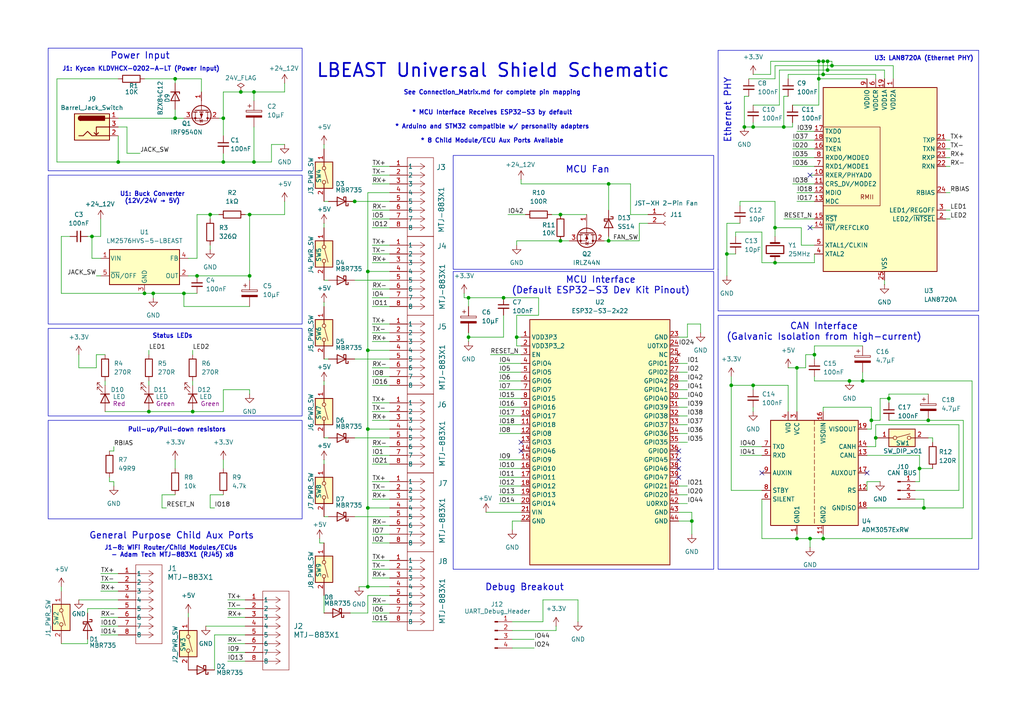
<source format=kicad_sch>
(kicad_sch (version 20250114) (generator "eeschema") (generator_version "9.0")
  (paper "A4")
  (title_block (title "LBEAST Universal Shield") (date "2025-11-16") (rev "0.1") (company "LBEAST") (comment 1 "Universal Shield with 8 Aux Ports") (comment 2 "Supports ESP32-S3 Dev Kit as default interface") (comment 3 "Supports ESP variants, STM32, and Arduino with personality adapters"))
  (rectangle (start 131.445 78.74) (end 207.01 165.1))
  (rectangle (start 13.97 50.8) (end 87.63 93.98))
  (rectangle (start 13.97 121.92) (end 87.63 150.495))
  (rectangle (start 131.445 45.085) (end 207.01 78.105))
  (rectangle (start 208.28 91.44) (end 283.845 165.1))
  (rectangle (start 13.97 95.25) (end 87.63 120.65))
  (rectangle (start 13.97 13.97) (end 87.63 49.53))
  (text "U1: Buck Converter\n(12V/24V → 5V)" (at 44.196 57.404 0) (effects (font (size 1.27 1.27) (thickness 0.254))))
  (text "J1-8: WiFi Router/Child Modules/ECUs \n- Adam Tech MTJ-883X1 (RJ45) x8" (at 50.038 160.02 0) (effects (font (size 1.27 1.27) (thickness 0.254))))
  (text "General Purpose Child Aux Ports" (at 49.784 155.448 0) (effects (font (size 1.905 1.905) (thickness 0.254))))
  (text "Debug Breakout" (at 152.146 170.434 0) (effects (font (size 1.905 1.905) (thickness 0.254))))
  (text "CAN Interface\n(Galvanic Isolation from high-current)" (at 239.014 96.266 0) (effects (font (size 1.905 1.905) (thickness 0.254))))
  (text "Ethernet PHY" (at 211.074 32.004 90) (effects (font (size 1.905 1.905) (thickness 0.254))))
  (text "Pull-up/Pull-down resistors" (at 51.308 124.714 0) (effects (font (size 1.27 1.27) (thickness 0.254))))
  (text "J1: Kycon KLDVHCX-0202-A-LT (Power Input)" (at 40.894 20.066 0) (effects (font (size 1.27 1.27) (thickness 0.254))))
  (text "MCU Fan" (at 170.434 49.276 0) (effects (font (size 1.905 1.905) (thickness 0.254))))
  (text "U3: LAN8720A (Ethernet PHY)" (at 267.97 17.018 0) (effects (font (size 1.27 1.27) (thickness 0.254))))
  (text "* MCU Interface Receives ESP32-S3 by default\n\n* Arduino and STM32 compatible w/ personality adapters\n\n* 8 Child Module/ECU Aux Ports Available" (at 142.748 36.83 0) (effects (font (size 1.27 1.27) (thickness 0.254))))
  (text "Power Input" (at 40.64 16.256 0) (effects (font (size 1.905 1.905) (thickness 0.254))))
  (text "See Connection_Matrix.md for complete pin mapping" (at 142.748 26.924 0) (effects (font (size 1.27 1.27) (thickness 0.254))))
  (text "LBEAST Universal Shield Schematic" (at 143.002 20.574 0) (effects (font (size 3.81 3.81) (thickness 0.508))))
  (text "Status LEDs" (at 50.038 97.536 0) (effects (font (size 1.27 1.27) (thickness 0.254))))
  (text "MCU Interface\n(Default ESP32-S3 Dev Kit Pinout)" (at 174.244 82.804 0) (effects (font (size 1.905 1.905) (thickness 0.254))))
  (junction (at 135.89 86.36))
  (junction (at 257.81 115.57))
  (junction (at 240.03 20.32))
  (junction (at 162.56 62.23))
  (junction (at 218.44 36.83))
  (junction (at 241.3 19.05))
  (junction (at 237.49 22.86))
  (junction (at 231.14 106.68))
  (junction (at 102.87 58.42))
  (junction (at 60.96 62.23))
  (junction (at 234.95 156.21))
  (junction (at 106.68 147.32))
  (junction (at 238.76 156.21))
  (junction (at 212.09 111.76))
  (junction (at 240.03 17.78))
  (junction (at 238.76 17.78))
  (junction (at 34.29 46.99))
  (junction (at 73.66 46.99))
  (junction (at 246.38 110.49))
  (junction (at 26.67 68.58))
  (junction (at 57.15 80.01))
  (junction (at 237.49 17.78))
  (junction (at 200.66 151.13))
  (junction (at 41.91 85.09))
  (junction (at 215.9 36.83))
  (junction (at 64.77 46.99))
  (junction (at 44.45 85.09))
  (junction (at 266.7 135.89))
  (junction (at 252.73 121.92))
  (junction (at 224.79 66.04))
  (junction (at 210.82 73.66))
  (junction (at 250.19 110.49))
  (junction (at 149.86 97.79))
  (junction (at 50.8 22.86))
  (junction (at 106.68 101.6))
  (junction (at 146.05 86.36))
  (junction (at 72.39 80.01))
  (junction (at 69.85 26.67))
  (junction (at 72.39 62.23))
  (junction (at 269.24 121.92))
  (junction (at 106.68 124.46))
  (junction (at 55.88 119.38))
  (junction (at 106.68 78.74))
  (junction (at 73.66 26.67))
  (junction (at 267.97 147.32))
  (junction (at 176.53 53.34))
  (junction (at 231.14 156.21))
  (junction (at 43.18 119.38))
  (junction (at 238.76 21.59))
  (junction (at 53.34 85.09))
  (junction (at 176.53 69.85))
  (junction (at 135.89 97.79))
  (junction (at 106.68 170.18))
  (junction (at 64.77 34.29))
  (junction (at 162.56 69.85))
  (junction (at 50.8 34.29))
  (junction (at 218.44 111.76))
  (junction (at 227.33 36.83))
  (junction (at 224.79 76.2))
  (junction (at 236.22 102.87))
  (junction (at 254 127))
  (no_connect (at 220.98 137.16))
  (no_connect (at 196.85 130.81))
  (no_connect (at 151.13 130.81))
  (no_connect (at 251.46 137.16))
  (no_connect (at 234.95 50.8))
  (no_connect (at 196.85 133.35))
  (no_connect (at 196.85 135.89))
  (no_connect (at 234.95 66.04))
  (no_connect (at 151.13 128.27))
  (no_connect (at 196.85 138.43))
  (wire (pts (xy 144.78 107.95) (xy 151.13 107.95)))
  (wire (pts (xy 57.15 80.01) (xy 72.39 80.01)))
  (wire (pts (xy 151.13 53.34) (xy 176.53 53.34)))
  (wire (pts (xy 33.02 139.7) (xy 33.02 140.97)))
  (wire (pts (xy 106.68 170.18) (xy 113.03 170.18)))
  (wire (pts (xy 29.21 179.07) (xy 34.29 179.07)))
  (wire (pts (xy 135.89 99.06) (xy 135.89 97.79)))
  (wire (pts (xy 274.32 63.5) (xy 275.59 63.5)))
  (wire (pts (xy 144.78 143.51) (xy 151.13 143.51)))
  (wire (pts (xy 148.59 151.13) (xy 148.59 153.67)))
  (wire (pts (xy 213.36 67.31) (xy 213.36 68.58)))
  (wire (pts (xy 102.87 58.42) (xy 113.03 58.42)))
  (wire (pts (xy 266.7 135.89) (xy 266.7 139.7)))
  (wire (pts (xy 41.91 22.86) (xy 50.8 22.86)))
  (wire (pts (xy 107.95 106.68) (xy 113.03 106.68)))
  (wire (pts (xy 148.59 187.96) (xy 154.94 187.96)))
  (wire (pts (xy 82.55 62.23) (xy 72.39 62.23)))
  (wire (pts (xy 60.96 143.51) (xy 60.96 147.32)))
  (wire (pts (xy 144.78 120.65) (xy 151.13 120.65)))
  (wire (pts (xy 182.88 62.23) (xy 182.88 53.34)))
  (wire (pts (xy 224.79 66.04) (xy 232.41 66.04)))
  (wire (pts (xy 240.03 20.32) (xy 240.03 17.78)))
  (wire (pts (xy 234.95 156.21) (xy 238.76 156.21)))
  (wire (pts (xy 252.73 121.92) (xy 252.73 124.46)))
  (wire (pts (xy 160.02 62.23) (xy 162.56 62.23)))
  (wire (pts (xy 257.81 114.3) (xy 257.81 115.57)))
  (wire (pts (xy 223.52 17.78) (xy 223.52 21.59)))
  (wire (pts (xy 46.99 147.32) (xy 48.26 147.32)))
  (wire (pts (xy 55.88 119.38) (xy 64.77 119.38)))
  (wire (pts (xy 176.53 53.34) (xy 176.53 60.96)))
  (wire (pts (xy 106.68 177.8) (xy 101.6 177.8)))
  (wire (pts (xy 54.61 177.8) (xy 54.61 179.07)))
  (wire (pts (xy 228.6 21.59) (xy 228.6 22.86)))
  (wire (pts (xy 107.95 88.9) (xy 113.03 88.9)))
  (wire (pts (xy 149.86 71.12) (xy 149.86 69.85)))
  (wire (pts (xy 229.87 36.83) (xy 227.33 36.83)))
  (wire (pts (xy 59.69 181.61) (xy 71.12 181.61)))
  (wire (pts (xy 210.82 73.66) (xy 210.82 80.01)))
  (wire (pts (xy 54.61 74.93) (xy 57.15 74.93)))
  (wire (pts (xy 53.34 85.09) (xy 57.15 85.09)))
  (wire (pts (xy 149.86 97.79) (xy 149.86 100.33)))
  (wire (pts (xy 66.04 191.77) (xy 71.12 191.77)))
  (wire (pts (xy 252.73 118.11) (xy 252.73 121.92)))
  (wire (pts (xy 210.82 64.77) (xy 210.82 73.66)))
  (wire (pts (xy 148.59 185.42) (xy 154.94 185.42)))
  (wire (pts (xy 226.06 20.32) (xy 226.06 30.48)))
  (wire (pts (xy 82.55 26.67) (xy 73.66 26.67)))
  (wire (pts (xy 64.77 26.67) (xy 69.85 26.67)))
  (wire (pts (xy 17.78 170.18) (xy 17.78 171.45)))
  (wire (pts (xy 149.86 91.44) (xy 156.21 91.44)))
  (wire (pts (xy 93.98 133.35) (xy 93.98 134.62)))
  (wire (pts (xy 82.55 24.13) (xy 82.55 26.67)))
  (wire (pts (xy 241.3 17.78) (xy 240.03 17.78)))
  (wire (pts (xy 151.13 100.33) (xy 149.86 100.33)))
  (wire (pts (xy 17.78 68.58) (xy 17.78 85.09)))
  (wire (pts (xy 26.67 74.93) (xy 29.21 74.93)))
  (wire (pts (xy 107.95 165.1) (xy 113.03 165.1)))
  (wire (pts (xy 43.18 119.38) (xy 55.88 119.38)))
  (wire (pts (xy 93.98 127) (xy 95.25 127)))
  (wire (pts (xy 226.06 30.48) (xy 218.44 30.48)))
  (wire (pts (xy 34.29 36.83) (xy 36.83 36.83)))
  (wire (pts (xy 144.78 105.41) (xy 151.13 105.41)))
  (wire (pts (xy 234.95 156.21) (xy 234.95 158.75)))
  (wire (pts (xy 17.78 85.09) (xy 41.91 85.09)))
  (wire (pts (xy 107.95 73.66) (xy 113.03 73.66)))
  (wire (pts (xy 31.75 130.81) (xy 33.02 130.81)))
  (wire (pts (xy 187.96 64.77) (xy 185.42 64.77)))
  (wire (pts (xy 57.15 74.93) (xy 57.15 62.23)))
  (wire (pts (xy 107.95 96.52) (xy 113.03 96.52)))
  (wire (pts (xy 238.76 21.59) (xy 238.76 17.78)))
  (wire (pts (xy 20.32 68.58) (xy 17.78 68.58)))
  (wire (pts (xy 34.29 46.99) (xy 64.77 46.99)))
  (wire (pts (xy 218.44 111.76) (xy 218.44 113.03)))
  (wire (pts (xy 34.29 34.29) (xy 50.8 34.29)))
  (wire (pts (xy 214.63 132.08) (xy 220.98 132.08)))
  (wire (pts (xy 144.78 115.57) (xy 151.13 115.57)))
  (wire (pts (xy 93.98 81.28) (xy 95.25 81.28)))
  (wire (pts (xy 104.14 170.18) (xy 106.68 170.18)))
  (wire (pts (xy 234.95 50.8) (xy 236.22 50.8)))
  (wire (pts (xy 220.98 144.78) (xy 220.98 156.21)))
  (wire (pts (xy 93.98 64.77) (xy 93.98 66.04)))
  (wire (pts (xy 107.95 116.84) (xy 113.03 116.84)))
  (wire (pts (xy 236.22 104.14) (xy 236.22 102.87)))
  (wire (pts (xy 33.02 139.7) (xy 31.75 139.7)))
  (wire (pts (xy 279.4 121.92) (xy 279.4 147.32)))
  (polyline (pts (xy 208.28 78.105) (xy 208.28 90.17)))
  (wire (pts (xy 196.85 140.97) (xy 199.39 140.97)))
  (wire (pts (xy 27.94 106.68) (xy 27.94 102.87)))
  (wire (pts (xy 236.22 100.33) (xy 236.22 102.87)))
  (wire (pts (xy 60.96 71.12) (xy 60.96 72.39)))
  (wire (pts (xy 167.64 173.99) (xy 167.64 180.34)))
  (wire (pts (xy 241.3 19.05) (xy 241.3 17.78)))
  (wire (pts (xy 64.77 26.67) (xy 64.77 34.29)))
  (wire (pts (xy 107.95 134.62) (xy 113.03 134.62)))
  (wire (pts (xy 46.99 143.51) (xy 46.99 147.32)))
  (wire (pts (xy 78.74 41.91) (xy 82.55 41.91)))
  (wire (pts (xy 102.87 104.14) (xy 113.03 104.14)))
  (wire (pts (xy 231.14 106.68) (xy 231.14 119.38)))
  (wire (pts (xy 134.62 86.36) (xy 135.89 86.36)))
  (wire (pts (xy 185.42 64.77) (xy 185.42 69.85)))
  (wire (pts (xy 274.32 43.18) (xy 275.59 43.18)))
  (wire (pts (xy 26.67 68.58) (xy 25.4 68.58)))
  (wire (pts (xy 26.67 68.58) (xy 29.21 68.58)))
  (wire (pts (xy 107.95 152.4) (xy 113.03 152.4)))
  (wire (pts (xy 238.76 118.11) (xy 238.76 119.38)))
  (wire (pts (xy 149.86 97.79) (xy 151.13 97.79)))
  (wire (pts (xy 60.96 62.23) (xy 63.5 62.23)))
  (wire (pts (xy 257.81 114.3) (xy 269.24 114.3)))
  (wire (pts (xy 255.27 121.92) (xy 252.73 121.92)))
  (wire (pts (xy 251.46 147.32) (xy 267.97 147.32)))
  (wire (pts (xy 64.77 34.29) (xy 64.77 39.37)))
  (wire (pts (xy 151.13 151.13) (xy 148.59 151.13)))
  (wire (pts (xy 22.86 106.68) (xy 22.86 102.87)))
  (wire (pts (xy 274.32 60.96) (xy 275.59 60.96)))
  (wire (pts (xy 144.78 123.19) (xy 151.13 123.19)))
  (wire (pts (xy 107.95 53.34) (xy 113.03 53.34)))
  (wire (pts (xy 144.78 140.97) (xy 151.13 140.97)))
  (wire (pts (xy 107.95 132.08) (xy 113.03 132.08)))
  (wire (pts (xy 161.29 182.88) (xy 161.29 181.61)))
  (wire (pts (xy 66.04 173.99) (xy 71.12 173.99)))
  (wire (pts (xy 106.68 124.46) (xy 106.68 147.32)))
  (wire (pts (xy 218.44 111.76) (xy 228.6 111.76)))
  (wire (pts (xy 106.68 55.88) (xy 113.03 55.88)))
  (wire (pts (xy 140.97 148.59) (xy 151.13 148.59)))
  (wire (pts (xy 269.24 127) (xy 270.51 127)))
  (wire (pts (xy 107.95 180.34) (xy 113.03 180.34)))
  (wire (pts (xy 279.4 147.32) (xy 267.97 147.32)))
  (wire (pts (xy 218.44 118.11) (xy 218.44 119.38)))
  (wire (pts (xy 106.68 101.6) (xy 113.03 101.6)))
  (wire (pts (xy 107.95 162.56) (xy 113.03 162.56)))
  (wire (pts (xy 270.51 127) (xy 270.51 128.27)))
  (wire (pts (xy 62.23 184.15) (xy 62.23 194.31)))
  (wire (pts (xy 228.6 111.76) (xy 228.6 119.38)))
  (wire (pts (xy 58.42 22.86) (xy 58.42 26.67)))
  (wire (pts (xy 149.86 91.44) (xy 149.86 97.79)))
  (wire (pts (xy 229.87 48.26) (xy 236.22 48.26)))
  (wire (pts (xy 29.21 184.15) (xy 34.29 184.15)))
  (wire (pts (xy 46.99 143.51) (xy 50.8 143.51)))
  (polyline (pts (xy 283.21 14.605) (xy 283.845 14.605)))
  (wire (pts (xy 22.86 106.68) (xy 27.94 106.68)))
  (wire (pts (xy 217.17 22.86) (xy 224.79 22.86)))
  (wire (pts (xy 220.98 67.31) (xy 213.36 67.31)))
  (wire (pts (xy 224.79 58.42) (xy 214.63 58.42)))
  (wire (pts (xy 240.03 17.78) (xy 238.76 17.78)))
  (wire (pts (xy 165.1 69.85) (xy 162.56 69.85)))
  (wire (pts (xy 50.8 135.89) (xy 50.8 133.35)))
  (wire (pts (xy 25.4 176.53) (xy 25.4 177.8)))
  (wire (pts (xy 257.81 115.57) (xy 257.81 116.84)))
  (wire (pts (xy 63.5 34.29) (xy 64.77 34.29)))
  (wire (pts (xy 43.18 110.49) (xy 43.18 111.76)))
  (wire (pts (xy 220.98 76.2) (xy 224.79 76.2)))
  (wire (pts (xy 72.39 80.01) (xy 72.39 62.23)))
  (wire (pts (xy 200.66 151.13) (xy 200.66 154.94)))
  (wire (pts (xy 41.91 85.09) (xy 44.45 85.09)))
  (wire (pts (xy 196.85 146.05) (xy 199.39 146.05)))
  (polyline (pts (xy 208.28 78.105) (xy 208.28 78.105)))
  (wire (pts (xy 106.68 78.74) (xy 106.68 101.6)))
  (wire (pts (xy 134.62 85.09) (xy 134.62 86.36)))
  (polyline (pts (xy 208.28 14.605) (xy 208.28 78.105)))
  (wire (pts (xy 73.66 29.21) (xy 73.66 26.67)))
  (wire (pts (xy 113.03 172.72) (xy 106.68 172.72)))
  (wire (pts (xy 107.95 50.8) (xy 113.03 50.8)))
  (wire (pts (xy 196.85 120.65) (xy 199.39 120.65)))
  (wire (pts (xy 256.54 82.55) (xy 256.54 81.28)))
  (wire (pts (xy 106.68 172.72) (xy 106.68 177.8)))
  (wire (pts (xy 266.7 135.89) (xy 270.51 135.89)))
  (wire (pts (xy 78.74 46.99) (xy 78.74 41.91)))
  (wire (pts (xy 254 127) (xy 254 129.54)))
  (wire (pts (xy 259.08 19.05) (xy 241.3 19.05)))
  (wire (pts (xy 274.32 40.64) (xy 275.59 40.64)))
  (wire (pts (xy 55.88 101.6) (xy 55.88 102.87)))
  (wire (pts (xy 228.6 27.94) (xy 227.33 27.94)))
  (wire (pts (xy 107.95 119.38) (xy 113.03 119.38)))
  (wire (pts (xy 107.95 86.36) (xy 113.03 86.36)))
  (wire (pts (xy 196.85 113.03) (xy 199.39 113.03)))
  (wire (pts (xy 220.98 156.21) (xy 231.14 156.21)))
  (wire (pts (xy 199.39 93.98) (xy 203.2 93.98)))
  (wire (pts (xy 106.68 55.88) (xy 106.68 78.74)))
  (wire (pts (xy 34.29 176.53) (xy 25.4 176.53)))
  (wire (pts (xy 106.68 78.74) (xy 113.03 78.74)))
  (wire (pts (xy 93.98 87.63) (xy 93.98 88.9)))
  (wire (pts (xy 156.21 91.44) (xy 156.21 86.36)))
  (wire (pts (xy 157.48 173.99) (xy 167.64 173.99)))
  (wire (pts (xy 106.68 147.32) (xy 113.03 147.32)))
  (wire (pts (xy 255.27 115.57) (xy 255.27 121.92)))
  (wire (pts (xy 234.95 66.04) (xy 236.22 66.04)))
  (wire (pts (xy 196.85 143.51) (xy 199.39 143.51)))
  (wire (pts (xy 64.77 44.45) (xy 64.77 46.99)))
  (wire (pts (xy 107.95 76.2) (xy 113.03 76.2)))
  (wire (pts (xy 238.76 17.78) (xy 237.49 17.78)))
  (wire (pts (xy 217.17 27.94) (xy 215.9 27.94)))
  (wire (pts (xy 36.83 36.83) (xy 36.83 44.45)))
  (wire (pts (xy 196.85 125.73) (xy 199.39 125.73)))
  (wire (pts (xy 107.95 175.26) (xy 113.03 175.26)))
  (wire (pts (xy 147.32 62.23) (xy 152.4 62.23)))
  (wire (pts (xy 231.14 106.68) (xy 233.68 106.68)))
  (wire (pts (xy 64.77 46.99) (xy 73.66 46.99)))
  (wire (pts (xy 106.68 101.6) (xy 106.68 124.46)))
  (wire (pts (xy 232.41 71.12) (xy 236.22 71.12)))
  (wire (pts (xy 254 22.86) (xy 254 21.59)))
  (wire (pts (xy 107.95 99.06) (xy 113.03 99.06)))
  (wire (pts (xy 92.71 157.48) (xy 93.98 157.48)))
  (wire (pts (xy 214.63 64.77) (xy 210.82 64.77)))
  (wire (pts (xy 251.46 142.24) (xy 251.46 139.7)))
  (wire (pts (xy 53.34 85.09) (xy 44.45 85.09)))
  (wire (pts (xy 148.59 182.88) (xy 161.29 182.88)))
  (wire (pts (xy 146.05 86.36) (xy 156.21 86.36)))
  (wire (pts (xy 93.98 104.14) (xy 95.25 104.14)))
  (polyline (pts (xy 208.28 90.17) (xy 283.845 90.17)))
  (wire (pts (xy 175.26 69.85) (xy 176.53 69.85)))
  (wire (pts (xy 223.52 21.59) (xy 218.44 21.59)))
  (wire (pts (xy 144.78 138.43) (xy 151.13 138.43)))
  (wire (pts (xy 236.22 110.49) (xy 236.22 109.22)))
  (wire (pts (xy 215.9 36.83) (xy 218.44 36.83)))
  (polyline (pts (xy 283.845 90.17) (xy 283.845 14.605)))
  (wire (pts (xy 214.63 58.42) (xy 214.63 59.69)))
  (wire (pts (xy 102.87 127) (xy 113.03 127)))
  (wire (pts (xy 251.46 139.7) (xy 255.27 139.7)))
  (wire (pts (xy 196.85 123.19) (xy 199.39 123.19)))
  (wire (pts (xy 256.54 22.86) (xy 256.54 20.32)))
  (wire (pts (xy 229.87 35.56) (xy 229.87 36.83)))
  (wire (pts (xy 144.78 133.35) (xy 151.13 133.35)))
  (wire (pts (xy 229.87 40.64) (xy 236.22 40.64)))
  (wire (pts (xy 31.75 139.7) (xy 31.75 138.43)))
  (wire (pts (xy 29.21 168.91) (xy 34.29 168.91)))
  (wire (pts (xy 269.24 121.92) (xy 279.4 121.92)))
  (wire (pts (xy 107.95 154.94) (xy 113.03 154.94)))
  (wire (pts (xy 236.22 100.33) (xy 250.19 100.33)))
  (wire (pts (xy 29.21 181.61) (xy 34.29 181.61)))
  (wire (pts (xy 16.51 22.86) (xy 16.51 46.99)))
  (wire (pts (xy 72.39 113.03) (xy 72.39 114.3)))
  (wire (pts (xy 246.38 110.49) (xy 250.19 110.49)))
  (wire (pts (xy 107.95 142.24) (xy 113.03 142.24)))
  (wire (pts (xy 274.32 55.88) (xy 275.59 55.88)))
  (wire (pts (xy 251.46 124.46) (xy 252.73 124.46)))
  (wire (pts (xy 200.66 148.59) (xy 200.66 151.13)))
  (wire (pts (xy 30.48 119.38) (xy 43.18 119.38)))
  (wire (pts (xy 27.94 80.01) (xy 29.21 80.01)))
  (wire (pts (xy 16.51 46.99) (xy 34.29 46.99)))
  (wire (pts (xy 157.48 180.34) (xy 157.48 173.99)))
  (wire (pts (xy 64.77 135.89) (xy 64.77 133.35)))
  (wire (pts (xy 107.95 111.76) (xy 113.03 111.76)))
  (wire (pts (xy 233.68 102.87) (xy 236.22 102.87)))
  (wire (pts (xy 36.83 44.45) (xy 40.64 44.45)))
  (wire (pts (xy 215.9 27.94) (xy 215.9 36.83)))
  (wire (pts (xy 107.95 48.26) (xy 113.03 48.26)))
  (wire (pts (xy 73.66 46.99) (xy 78.74 46.99)))
  (wire (pts (xy 227.33 27.94) (xy 227.33 36.83)))
  (wire (pts (xy 92.71 157.48) (xy 92.71 156.21)))
  (wire (pts (xy 196.85 128.27) (xy 199.39 128.27)))
  (wire (pts (xy 144.78 135.89) (xy 151.13 135.89)))
  (wire (pts (xy 144.78 113.03) (xy 151.13 113.03)))
  (wire (pts (xy 30.48 110.49) (xy 30.48 111.76)))
  (wire (pts (xy 135.89 86.36) (xy 135.89 88.9)))
  (wire (pts (xy 107.95 83.82) (xy 113.03 83.82)))
  (wire (pts (xy 71.12 184.15) (xy 62.23 184.15)))
  (wire (pts (xy 27.94 102.87) (xy 30.48 102.87)))
  (wire (pts (xy 278.13 123.19) (xy 278.13 142.24)))
  (wire (pts (xy 231.14 156.21) (xy 234.95 156.21)))
  (wire (pts (xy 107.95 121.92) (xy 113.03 121.92)))
  (wire (pts (xy 238.76 156.21) (xy 281.94 156.21)))
  (wire (pts (xy 107.95 177.8) (xy 113.03 177.8)))
  (wire (pts (xy 231.14 58.42) (xy 236.22 58.42)))
  (wire (pts (xy 22.86 173.99) (xy 34.29 173.99)))
  (wire (pts (xy 66.04 189.23) (xy 71.12 189.23)))
  (wire (pts (xy 148.59 180.34) (xy 157.48 180.34)))
  (wire (pts (xy 146.05 97.79) (xy 135.89 97.79)))
  (wire (pts (xy 231.14 38.1) (xy 236.22 38.1)))
  (wire (pts (xy 107.95 109.22) (xy 113.03 109.22)))
  (wire (pts (xy 212.09 111.76) (xy 212.09 109.22)))
  (wire (pts (xy 267.97 147.32) (xy 267.97 144.78)))
  (wire (pts (xy 29.21 68.58) (xy 29.21 63.5)))
  (wire (pts (xy 212.09 111.76) (xy 212.09 142.24)))
  (wire (pts (xy 82.55 58.42) (xy 82.55 62.23)))
  (wire (pts (xy 199.39 97.79) (xy 199.39 93.98)))
  (wire (pts (xy 29.21 171.45) (xy 34.29 171.45)))
  (wire (pts (xy 196.85 118.11) (xy 199.39 118.11)))
  (wire (pts (xy 196.85 107.95) (xy 199.39 107.95)))
  (wire (pts (xy 107.95 167.64) (xy 113.03 167.64)))
  (wire (pts (xy 250.19 110.49) (xy 281.94 110.49)))
  (wire (pts (xy 274.32 48.26) (xy 275.59 48.26)))
  (wire (pts (xy 236.22 110.49) (xy 246.38 110.49)))
  (wire (pts (xy 227.33 36.83) (xy 218.44 36.83)))
  (wire (pts (xy 93.98 149.86) (xy 95.25 149.86)))
  (wire (pts (xy 149.86 69.85) (xy 162.56 69.85)))
  (wire (pts (xy 66.04 179.07) (xy 71.12 179.07)))
  (wire (pts (xy 66.04 176.53) (xy 71.12 176.53)))
  (wire (pts (xy 57.15 62.23) (xy 60.96 62.23)))
  (wire (pts (xy 142.24 102.87) (xy 151.13 102.87)))
  (wire (pts (xy 254 129.54) (xy 251.46 129.54)))
  (wire (pts (xy 203.2 93.98) (xy 203.2 96.52)))
  (wire (pts (xy 53.34 88.9) (xy 53.34 85.09)))
  (wire (pts (xy 224.79 66.04) (xy 224.79 68.58)))
  (wire (pts (xy 224.79 76.2) (xy 236.22 76.2)))
  (wire (pts (xy 240.03 20.32) (xy 226.06 20.32)))
  (wire (pts (xy 236.22 73.66) (xy 236.22 76.2)))
  (wire (pts (xy 238.76 118.11) (xy 252.73 118.11)))
  (wire (pts (xy 107.95 93.98) (xy 113.03 93.98)))
  (wire (pts (xy 224.79 19.05) (xy 224.79 22.86)))
  (wire (pts (xy 33.02 130.81) (xy 33.02 129.54)))
  (wire (pts (xy 55.88 110.49) (xy 55.88 111.76)))
  (wire (pts (xy 135.89 86.36) (xy 146.05 86.36)))
  (wire (pts (xy 213.36 73.66) (xy 210.82 73.66)))
  (wire (pts (xy 144.78 125.73) (xy 151.13 125.73)))
  (wire (pts (xy 72.39 81.28) (xy 72.39 80.01)))
  (wire (pts (xy 259.08 22.86) (xy 259.08 19.05)))
  (wire (pts (xy 17.78 186.69) (xy 25.4 186.69)))
  (wire (pts (xy 93.98 58.42) (xy 95.25 58.42)))
  (wire (pts (xy 29.21 166.37) (xy 34.29 166.37)))
  (wire (pts (xy 60.96 147.32) (xy 62.23 147.32)))
  (wire (pts (xy 135.89 97.79) (xy 135.89 96.52)))
  (wire (pts (xy 72.39 88.9) (xy 53.34 88.9)))
  (wire (pts (xy 266.7 139.7) (xy 265.43 139.7)))
  (wire (pts (xy 220.98 76.2) (xy 220.98 67.31)))
  (wire (pts (xy 231.14 154.94) (xy 231.14 156.21)))
  (wire (pts (xy 106.68 124.46) (xy 113.03 124.46)))
  (wire (pts (xy 50.8 22.86) (xy 50.8 24.13)))
  (wire (pts (xy 196.85 97.79) (xy 199.39 97.79)))
  (wire (pts (xy 196.85 148.59) (xy 200.66 148.59)))
  (wire (pts (xy 144.78 118.11) (xy 151.13 118.11)))
  (wire (pts (xy 93.98 110.49) (xy 93.98 111.76)))
  (wire (pts (xy 107.95 71.12) (xy 113.03 71.12)))
  (wire (pts (xy 102.87 149.86) (xy 113.03 149.86)))
  (wire (pts (xy 238.76 154.94) (xy 238.76 156.21)))
  (wire (pts (xy 196.85 110.49) (xy 199.39 110.49)))
  (wire (pts (xy 107.95 144.78) (xy 113.03 144.78)))
  (wire (pts (xy 64.77 119.38) (xy 64.77 113.03)))
  (wire (pts (xy 107.95 66.04) (xy 113.03 66.04)))
  (wire (pts (xy 144.78 110.49) (xy 151.13 110.49)))
  (wire (pts (xy 233.68 106.68) (xy 233.68 102.87)))
  (wire (pts (xy 107.95 157.48) (xy 113.03 157.48)))
  (wire (pts (xy 93.98 41.91) (xy 93.98 43.18)))
  (wire (pts (xy 187.96 62.23) (xy 182.88 62.23)))
  (wire (pts (xy 228.6 106.68) (xy 231.14 106.68)))
  (wire (pts (xy 176.53 69.85) (xy 185.42 69.85)))
  (wire (pts (xy 25.4 185.42) (xy 25.4 186.69)))
  (wire (pts (xy 176.53 53.34) (xy 182.88 53.34)))
  (wire (pts (xy 232.41 71.12) (xy 232.41 66.04)))
  (wire (pts (xy 250.19 110.49) (xy 250.19 107.95)))
  (wire (pts (xy 146.05 91.44) (xy 146.05 97.79)))
  (wire (pts (xy 60.96 63.5) (xy 60.96 62.23)))
  (wire (pts (xy 274.32 45.72) (xy 275.59 45.72)))
  (polyline (pts (xy 208.28 14.605) (xy 283.21 14.605)))
  (wire (pts (xy 26.67 68.58) (xy 26.67 74.93)))
  (wire (pts (xy 254 123.19) (xy 278.13 123.19)))
  (wire (pts (xy 254 123.19) (xy 254 127)))
  (wire (pts (xy 196.85 115.57) (xy 199.39 115.57)))
  (wire (pts (xy 69.85 26.67) (xy 73.66 26.67)))
  (wire (pts (xy 34.29 39.37) (xy 34.29 46.99)))
  (wire (pts (xy 218.44 35.56) (xy 218.44 36.83)))
  (wire (pts (xy 64.77 113.03) (xy 72.39 113.03)))
  (wire (pts (xy 102.87 81.28) (xy 113.03 81.28)))
  (wire (pts (xy 214.63 129.54) (xy 220.98 129.54)))
  (wire (pts (xy 227.33 63.5) (xy 236.22 63.5)))
  (wire (pts (xy 50.8 31.75) (xy 50.8 34.29)))
  (wire (pts (xy 162.56 62.23) (xy 170.18 62.23)))
  (wire (pts (xy 73.66 36.83) (xy 73.66 46.99)))
  (wire (pts (xy 237.49 30.48) (xy 229.87 30.48)))
  (wire (pts (xy 106.68 147.32) (xy 106.68 170.18)))
  (wire (pts (xy 229.87 53.34) (xy 236.22 53.34)))
  (wire (pts (xy 196.85 151.13) (xy 200.66 151.13)))
  (wire (pts (xy 212.09 111.76) (xy 218.44 111.76)))
  (wire (pts (xy 251.46 132.08) (xy 266.7 132.08)))
  (wire (pts (xy 107.95 63.5) (xy 113.03 63.5)))
  (wire (pts (xy 93.98 172.72) (xy 93.98 177.8)))
  (wire (pts (xy 107.95 129.54) (xy 113.03 129.54)))
  (wire (pts (xy 238.76 21.59) (xy 228.6 21.59)))
  (wire (pts (xy 212.09 142.24) (xy 220.98 142.24)))
  (wire (pts (xy 71.12 62.23) (xy 72.39 62.23)))
  (wire (pts (xy 34.29 22.86) (xy 16.51 22.86)))
  (wire (pts (xy 224.79 58.42) (xy 224.79 66.04)))
  (wire (pts (xy 44.45 86.36) (xy 44.45 85.09)))
  (wire (pts (xy 196.85 105.41) (xy 199.39 105.41)))
  (wire (pts (xy 144.78 146.05) (xy 151.13 146.05)))
  (wire (pts (xy 251.46 22.86) (xy 237.49 22.86)))
  (wire (pts (xy 267.97 144.78) (xy 265.43 144.78)))
  (wire (pts (xy 176.53 68.58) (xy 176.53 69.85)))
  (wire (pts (xy 266.7 132.08) (xy 266.7 135.89)))
  (wire (pts (xy 229.87 45.72) (xy 236.22 45.72)))
  (wire (pts (xy 256.54 20.32) (xy 240.03 20.32)))
  (wire (pts (xy 50.8 22.86) (xy 58.42 22.86)))
  (wire (pts (xy 237.49 22.86) (xy 237.49 30.48)))
  (wire (pts (xy 107.95 139.7) (xy 113.03 139.7)))
  (wire (pts (xy 231.14 55.88) (xy 236.22 55.88)))
  (wire (pts (xy 107.95 60.96) (xy 113.03 60.96)))
  (wire (pts (xy 50.8 34.29) (xy 53.34 34.29)))
  (wire (pts (xy 237.49 17.78) (xy 223.52 17.78)))
  (wire (pts (xy 254 21.59) (xy 238.76 21.59)))
  (wire (pts (xy 241.3 19.05) (xy 224.79 19.05)))
  (wire (pts (xy 66.04 186.69) (xy 71.12 186.69)))
  (wire (pts (xy 255.27 115.57) (xy 257.81 115.57)))
  (wire (pts (xy 281.94 110.49) (xy 281.94 156.21)))
  (wire (pts (xy 101.6 58.42) (xy 102.87 58.42)))
  (wire (pts (xy 237.49 22.86) (xy 237.49 17.78)))
  (wire (pts (xy 151.13 53.34) (xy 151.13 52.07)))
  (wire (pts (xy 229.87 43.18) (xy 236.22 43.18)))
  (wire (pts (xy 278.13 142.24) (xy 265.43 142.24)))
  (wire (pts (xy 54.61 80.01) (xy 57.15 80.01)))
  (wire (pts (xy 43.18 101.6) (xy 43.18 102.87)))
  (wire (pts (xy 257.81 121.92) (xy 269.24 121.92)))
  (wire (pts (xy 60.96 143.51) (xy 64.77 143.51)))
  (label "RX-" (at 107.95 175.26 0))
  (label "IO41" (at 214.63 132.08 0))
  (label "LED1" (at 275.59 60.96 0))
  (label "IO16" (at 144.78 118.11 0))
  (label "IO38" (at 199.39 120.65 0))
  (label "IO39" (at 231.14 38.1 0))
  (label "IO15" (at 144.78 115.57 0))
  (label "IO5" (at 144.78 107.95 0))
  (label "IO35" (at 199.39 128.27 0))
  (label "IO18" (at 62.23 147.32 0))
  (label "RX-" (at 107.95 106.68 0))
  (label "IO35" (at 229.87 45.72 0))
  (label "RESET_N" (at 227.33 63.5 0))
  (label "IO8" (at 144.78 125.73 0))
  (label "RESET_N" (at 48.26 147.32 0))
  (label "RX+" (at 107.95 53.34 0))
  (label "JACK_SW" (at 40.64 44.45 0))
  (label "IO11" (at 107.95 88.9 0))
  (label "IO10" (at 144.78 135.89 0))
  (label "TX-" (at 29.21 168.91 0))
  (label "RX+" (at 107.95 121.92 0))
  (label "IO4" (at 107.95 86.36 0))
  (label "IO9" (at 66.04 189.23 0))
  (label "IO42" (at 199.39 110.49 0))
  (label "IO7" (at 107.95 154.94 0))
  (label "IO20" (at 199.39 143.51 0))
  (label "IO5" (at 107.95 63.5 0))
  (label "TX+" (at 107.95 48.26 0))
  (label "TX-" (at 107.95 50.8 0))
  (label "TX+" (at 107.95 116.84 0))
  (label "IO15" (at 107.95 180.34 0))
  (label "IO40" (at 199.39 115.57 0))
  (label "TX+" (at 107.95 71.12 0))
  (label "IO12" (at 144.78 140.97 0))
  (label "RX+" (at 107.95 144.78 0))
  (label "RX-" (at 107.95 60.96 0))
  (label "IO10" (at 29.21 181.61 0))
  (label "TX+" (at 107.95 139.7 0))
  (label "IO16" (at 107.95 111.76 0))
  (label "IO36" (at 229.87 48.26 0))
  (label "TX-" (at 275.59 43.18 0))
  (label "LED2" (at 275.59 63.5 0))
  (label "TX-" (at 66.04 176.53 0))
  (label "IO44" (at 154.94 185.42 0))
  (label "IO41" (at 199.39 113.03 0))
  (label "RX-" (at 29.21 179.07 0))
  (label "RX+" (at 107.95 99.06 0))
  (label "IO18" (at 144.78 123.19 0))
  (label "IO37" (at 229.87 40.64 0))
  (label "IO14" (at 29.21 184.15 0))
  (label "IO39" (at 199.39 118.11 0))
  (label "IO1" (at 199.39 105.41 0))
  (label "TX-" (at 107.95 165.1 0))
  (label "IO12" (at 107.95 66.04 0))
  (label "RBIAS" (at 275.59 55.88 0))
  (label "FAN_SW" (at 177.8 69.85 0))
  (label "IO7" (at 144.78 113.03 0))
  (label "TX+" (at 66.04 173.99 0))
  (label "IO6" (at 107.95 177.8 0))
  (label "IO40" (at 214.63 129.54 0))
  (label "IO4" (at 144.78 105.41 0))
  (label "IO9" (at 144.78 133.35 0))
  (label "IO21" (at 199.39 140.97 0))
  (label "TX-" (at 107.95 73.66 0))
  (label "IO36" (at 199.39 125.73 0))
  (label "IO1" (at 107.95 132.08 0))
  (label "LED1" (at 43.18 101.6 0))
  (label "RX+" (at 107.95 76.2 0))
  (label "RX-" (at 275.59 48.26 0))
  (label "TX+" (at 107.95 93.98 0))
  (label "IO18" (at 231.14 55.88 0))
  (label "IO24" (at 154.94 187.96 0))
  (label "IO21" (at 107.95 134.62 0))
  (label "RX-" (at 107.95 83.82 0))
  (label "RX+" (at 107.95 167.64 0))
  (label "RX+" (at 66.04 179.07 0))
  (label "IO17" (at 231.14 58.42 0))
  (label "TX+" (at 275.59 40.64 0))
  (label "IO20" (at 229.87 43.18 0))
  (label "RX-" (at 107.95 129.54 0))
  (label "TX-" (at 107.95 96.52 0))
  (label "IO6" (at 144.78 110.49 0))
  (label "TX+" (at 29.21 166.37 0))
  (label "TX-" (at 107.95 119.38 0))
  (label "TX-" (at 107.95 142.24 0))
  (label "IO37" (at 199.39 123.19 0))
  (label "IO44" (at 199.39 146.05 0))
  (label "IO2" (at 107.95 157.48 0))
  (label "IO42" (at 147.32 62.23 0))
  (label "RESET_N" (at 142.24 102.87 0))
  (label "RX-" (at 107.95 152.4 0))
  (label "IO24" (at 196.85 100.33 0))
  (label "RX+" (at 275.59 45.72 0))
  (label "TX+" (at 107.95 162.56 0))
  (label "IO13" (at 66.04 191.77 0))
  (label "IO17" (at 144.78 120.65 0))
  (label "RX-" (at 66.04 186.69 0))
  (label "IO38" (at 229.87 53.34 0))
  (label "IO11" (at 144.78 138.43 0))
  (label "IO2" (at 199.39 107.95 0))
  (label "IO8" (at 107.95 109.22 0))
  (label "RX+" (at 29.21 171.45 0))
  (label "LED2" (at 55.88 101.6 0))
  (label "IO14" (at 144.78 146.05 0))
  (label "RBIAS" (at 33.02 129.54 0))
  (label "IO13" (at 144.78 143.51 0))
  (label "JACK_SW" (at 27.94 80.01 180))
  (symbol (lib_id "power:+5V") (at 82.55 58.42 0) (unit 1)
    (property "Reference" "#PWR015" (effects (hide yes)))
    (property "Value" "+5V" (at 82.55 53.34 0))
    (property "Description" "Power symbol creates a global label with name \"+5V\"" (effects (hide yes)))
  )
  (symbol (lib_id "LBEAST_Symbols:MTJ-883X1") (at 71.12 173.99 0) (unit 1)
    (property "Reference" "J2" (at 85.09 181.6099 0) (effects (font (size 1.524 1.524)) (justify left)))
    (property "Value" "MTJ-883X1" (at 85.09 184.1499 0) (effects (font (size 1.524 1.524)) (justify left)))
    (property "Footprint" "LBEASTLibrary:CONN_MTJ-883X1_ADM" (effects (hide yes)))
    (property "Datasheet" "MTJ-883X1" (effects (hide yes)))
  )
  (symbol (lib_id "Device:R") (at 38.1 22.86 270) (unit 1)
    (property "Reference" "R1" (at 40.132 24.892 90) (effects (justify right)))
    (property "Value" "10K" (at 40.132 26.67 90) (effects (justify right)))
    (property "Footprint" "Resistor_SMD:R_0805_2012Metric" (effects (hide yes)))
    (property "Description" "Resistor" (effects (hide yes)))
  )
  (symbol (lib_id "Switch:SW_DIP_x01") (at 93.98 119.38 270) (unit 1)
    (property "Reference" "SW7" (at 92.456 119.634 0))
    (property "Value" "J6_PWR_SW" (at 90.17 119.634 0))
    (property "Footprint" "Button_Switch_SMD:SW_DIP_SPSTx01_Slide_6.7x4.1mm_W6.73mm_P2.54mm_LowProfile_JPin" (effects (hide yes)))
    (property "Description" "1x DIP Switch, Single Pole Single Throw (SPST) switch, small symbol" (effects (hide yes)))
  )
  (symbol (lib_id "Switch:SW_DIP_x01") (at 93.98 96.52 270) (unit 1)
    (property "Reference" "SW6" (at 92.456 96.774 0))
    (property "Value" "J5_PWR_SW" (at 90.17 96.774 0))
    (property "Footprint" "Button_Switch_SMD:SW_DIP_SPSTx01_Slide_6.7x4.1mm_W6.73mm_P2.54mm_LowProfile_JPin" (effects (hide yes)))
    (property "Description" "1x DIP Switch, Single Pole Single Throw (SPST) switch, small symbol" (effects (hide yes)))
  )
  (symbol (lib_id "Diode:SS14") (at 176.53 64.77 270) (unit 1)
    (property "Reference" "D13" (at 179.07 63.1824 90) (effects (justify left)))
    (property "Value" "SS14" (at 179.07 65.7224 90) (effects (justify left)))
    (property "Footprint" "Diode_SMD:D_SMA" (effects (hide yes)))
    (property "Datasheet" "https://www.vishay.com/docs/88746/ss12.pdf" (effects (hide yes)))
    (property "Description" "40V 1A Schottky Diode, SMA" (effects (hide yes)))
  )
  (symbol (lib_id "Device:LED") (at 30.48 115.57 270) (unit 1)
    (property "Reference" "D10" (at 34.036 113.03 90))
    (property "Value" "LED" (at 34.544 115.062 90))
    (property "Footprint" "LED_SMD:LED_0805_2012Metric" (effects (hide yes)))
    (property "Description" "Light emitting diode" (effects (hide yes)))
    (property "Sim.Pins" "1=K 2=A" (effects (hide yes)))
    (property "Color" "Red" (at 34.544 117.094 90))
  )
  (symbol (lib_id "Device:C_Small") (at 22.86 68.58 90) (unit 1)
    (property "Reference" "C3" (at 22.8663 62.23 90))
    (property "Value" "100nF" (at 22.8663 64.77 90))
    (property "Footprint" "Capacitor_SMD:C_0805_2012Metric" (effects (hide yes)))
    (property "Description" "Unpolarized capacitor, small symbol" (effects (hide yes)))
  )
  (symbol (lib_id "power:+5V") (at 93.98 64.77 0) (unit 1)
    (property "Reference" "#PWR027" (effects (hide yes)))
    (property "Value" "+5V" (at 93.98 60.706 0))
    (property "Description" "Power symbol creates a global label with name \"+5V\"" (effects (hide yes)))
  )
  (symbol (lib_id "Diode:MBR735") (at 99.06 81.28 180) (unit 1)
    (property "Reference" "D4" (at 97.282 76.2 0) (effects (justify right)))
    (property "Value" "MBR735" (at 97.282 77.978 0) (effects (justify right)))
    (property "Footprint" "Package_TO_SOT_THT:TO-220-2_Vertical" (effects (hide yes)))
    (property "Datasheet" "http://www.onsemi.com/pub_link/Collateral/MBR735-D.PDF" (effects (hide yes)))
    (property "Description" "35V 7.5A Schottky Barrier Rectifier Diode, TO-220" (effects (hide yes)))
  )
  (symbol (lib_id "power:GND") (at 200.66 154.94 0) (unit 1)
    (property "Reference" "#PWR025" (effects (hide yes)))
    (property "Value" "GND" (at 200.66 160.02 0))
    (property "Description" "Power symbol creates a global label with name \"GND\" , ground" (effects (hide yes)))
  )
  (symbol (lib_id "Device:C_Polarized") (at 250.19 104.14 0) (unit 1)
    (property "Reference" "C16" (at 254 101.9809 0) (effects (justify left)))
    (property "Value" "4.7µF" (at 254 104.5209 0) (effects (justify left)))
    (property "Footprint" "Capacitor_Tantalum_SMD:CP_EIA-3216-18_Kemet-A" (effects (hide yes)))
    (property "Description" "Polarized capacitor" (effects (hide yes)))
  )
  (symbol (lib_id "Interface_Ethernet:LAN8720A") (at 256.54 53.34 0) (unit 1)
    (property "Reference" "U3" (at 267.97 84.328 0) (effects (justify left)))
    (property "Value" "LAN8720A" (at 267.97 86.868 0) (effects (justify left)))
    (property "Footprint" "Package_DFN_QFN:VQFN-24-1EP_4x4mm_P0.5mm_EP2.5x2.5mm_ThermalVias" (effects (hide yes)))
    (property "Datasheet" "http://ww1.microchip.com/downloads/en/DeviceDoc/8720a.pdf" (effects (hide yes)))
    (property "Description" "LAN8720 Ethernet PHY with RMII interface, QFN-24" (effects (hide yes)))
  )
  (symbol (lib_id "power:+3.3V") (at 50.8 133.35 0) (unit 1)
    (property "Reference" "#PWR042" (effects (hide yes)))
    (property "Value" "+3.3V" (at 50.8 128.27 0))
    (property "Description" "Power symbol creates a global label with name \"+3.3V\"" (effects (hide yes)))
  )
  (symbol (lib_id "Device:C_Small") (at 229.87 33.02 0) (unit 1)
    (property "Reference" "C11" (at 232.41 31.7562 0) (effects (justify left)))
    (property "Value" "100nF" (at 232.41 34.2962 0) (effects (justify left)))
    (property "Footprint" "Capacitor_SMD:C_0805_2012Metric" (effects (hide yes)))
    (property "Description" "Unpolarized capacitor, small symbol" (effects (hide yes)))
  )
  (symbol (lib_id "LBEAST_Symbols:MTJ-883X1") (at 113.03 139.7 0) (unit 1)
    (property "Reference" "J7" (at 127 140.208 0) (effects (font (size 1.524 1.524)) (justify left)))
    (property "Value" "MTJ-883X1" (at 128.27 157.734 90) (effects (font (size 1.524 1.524)) (justify left)))
    (property "Footprint" "LBEASTLibrary:CONN_MTJ-883X1_ADM" (effects (hide yes)))
    (property "Datasheet" "MTJ-883X1" (effects (hide yes)))
  )
  (symbol (lib_id "power:GND") (at 44.45 86.36 0) (unit 1)
    (property "Reference" "#PWR013" (effects (hide yes)))
    (property "Value" "GND" (at 44.45 91.44 0))
    (property "Description" "Power symbol creates a global label with name \"GND\" , ground" (effects (hide yes)))
  )
  (symbol (lib_id "Diode:BZX84Cxx") (at 50.8 27.94 270) (unit 1)
    (property "Reference" "D9" (at 48.514 28.448 0))
    (property "Value" "BZX84C12" (at 46.482 28.448 0))
    (property "Footprint" "Package_TO_SOT_SMD:SOT-23" (effects (hide yes)))
    (property "Datasheet" "https://diotec.com/tl_files/diotec/files/pdf/datasheets/bzx84c2v4.pdf" (effects (hide yes)))
    (property "Description" "300mW Zener Diode, SOT-23" (effects (hide yes)))
  )
  (symbol (lib_id "Connector:Conn_01x04_Pin") (at 143.51 182.88 0) (unit 1)
    (property "Reference" "J12" (at 144.145 175.26 0))
    (property "Value" "UART_Debug_Header" (at 144.272 177.292 0))
    (property "Footprint" "Connector_PinHeader_2.54mm:PinHeader_1x04_P2.54mm_Vertical" (effects (hide yes)))
    (property "Description" "Generic connector, single row, 01x04, script generated" (effects (hide yes)))
  )
  (symbol (lib_id "Diode:MBR735") (at 99.06 127 180) (unit 1)
    (property "Reference" "D6" (at 97.282 121.92 0) (effects (justify right)))
    (property "Value" "MBR735" (at 97.282 123.698 0) (effects (justify right)))
    (property "Footprint" "Package_TO_SOT_THT:TO-220-2_Vertical" (effects (hide yes)))
    (property "Datasheet" "http://www.onsemi.com/pub_link/Collateral/MBR735-D.PDF" (effects (hide yes)))
    (property "Description" "35V 7.5A Schottky Barrier Rectifier Diode, TO-220" (effects (hide yes)))
  )
  (symbol (lib_id "power:+24V") (at 29.21 63.5 0) (unit 1)
    (property "Reference" "#PWR04" (effects (hide yes)))
    (property "Value" "+24_12V" (at 24.638 59.182 0) (effects (justify left)))
    (property "Description" "Power symbol creates a global label with name \"+24V\"" (effects (hide yes)))
  )
  (symbol (lib_id "Device:C_Small") (at 217.17 25.4 0) (unit 1)
    (property "Reference" "C8" (at 219.71 24.1362 0) (effects (justify left)))
    (property "Value" "100nF" (at 219.71 26.6762 0) (effects (justify left)))
    (property "Footprint" "Capacitor_SMD:C_0805_2012Metric" (effects (hide yes)))
    (property "Description" "Unpolarized capacitor, small symbol" (effects (hide yes)))
  )
  (symbol (lib_id "power:+24V") (at 82.55 24.13 0) (unit 1)
    (property "Reference" "#PWR03" (effects (hide yes)))
    (property "Value" "+24_12V" (at 77.978 19.812 0) (effects (justify left)))
    (property "Description" "Power symbol creates a global label with name \"+24V\"" (effects (hide yes)))
  )
  (symbol (lib_id "power:GND") (at 255.27 139.7 0) (unit 1)
    (property "Reference" "#PWR07" (effects (hide yes)))
    (property "Value" "GND" (at 255.27 144.78 0))
    (property "Description" "Power symbol creates a global label with name \"GND\" , ground" (effects (hide yes)))
  )
  (symbol (lib_id "power:+3.3V") (at 161.29 181.61 0) (unit 1)
    (property "Reference" "#PWR014" (effects (hide yes)))
    (property "Value" "+3.3V" (at 161.29 176.53 0))
    (property "Description" "Power symbol creates a global label with name \"+3.3V\"" (effects (hide yes)))
  )
  (symbol (lib_id "Switch:SW_DIP_x01") (at 261.62 127 0) (unit 1)
    (property "Reference" "SW1" (at 261.874 128.524 0))
    (property "Value" "SW_DIP_x01" (at 261.874 130.81 0))
    (property "Footprint" "Button_Switch_SMD:SW_DIP_SPSTx01_Slide_6.7x4.1mm_W6.73mm_P2.54mm_LowProfile_JPin" (effects (hide yes)))
    (property "Description" "1x DIP Switch, Single Pole Single Throw (SPST) switch, small symbol" (effects (hide yes)))
  )
  (symbol (lib_id "Device:C_Small") (at 214.63 62.23 0) (unit 1)
    (property "Reference" "C12" (at 217.17 60.9662 0) (effects (justify left)))
    (property "Value" "10pF" (at 217.17 63.5062 0) (effects (justify left)))
    (property "Footprint" "Capacitor_SMD:C_0805_2012Metric" (effects (hide yes)))
    (property "Description" "Unpolarized capacitor, small symbol" (effects (hide yes)))
  )
  (symbol (lib_id "Switch:SW_DIP_x01") (at 93.98 165.1 270) (unit 1)
    (property "Reference" "SW9" (at 92.456 165.354 0))
    (property "Value" "J8_PWR_SW" (at 90.17 165.354 0))
    (property "Footprint" "Button_Switch_SMD:SW_DIP_SPSTx01_Slide_6.7x4.1mm_W6.73mm_P2.54mm_LowProfile_JPin" (effects (hide yes)))
    (property "Description" "1x DIP Switch, Single Pole Single Throw (SPST) switch, small symbol" (effects (hide yes)))
  )
  (symbol (lib_id "LBEAST_Symbols:LM2576HVS-5-LBEAST") (at 41.91 77.47 0) (unit 1)
    (property "Reference" "U1" (at 41.91 67.31 0))
    (property "Value" "LM2576HVS-5-LBEAST" (at 41.91 69.85 0))
    (property "Footprint" "Package_TO_SOT_SMD:TO-263-5_TabPin3" (effects (hide yes)))
    (property "Datasheet" "http://www.ti.com/lit/ds/symlink/lm2576.pdf" (effects (hide yes)))
    (property "Description" "5V 3A, SIMPLE SWITCHER® Step-Down Voltage Regulator, High Voltage Input, TO-263" (effects (hide yes)))
  )
  (symbol (lib_id "Device:C_Small") (at 236.22 106.68 0) (unit 1)
    (property "Reference" "C15" (at 238.76 105.4162 0) (effects (justify left)))
    (property "Value" "100nF" (at 238.76 107.9562 0) (effects (justify left)))
    (property "Footprint" "Capacitor_SMD:C_0805_2012Metric" (effects (hide yes)))
    (property "Description" "Unpolarized capacitor, small symbol" (effects (hide yes)))
  )
  (symbol (lib_id "power:+5V") (at 228.6 106.68 0) (unit 1)
    (property "Reference" "#PWR030" (effects (hide yes)))
    (property "Value" "+5V" (at 228.6 101.6 0))
    (property "Description" "Power symbol creates a global label with name \"+5V\"" (effects (hide yes)))
  )
  (symbol (lib_id "Device:Crystal") (at 224.79 72.39 270) (unit 1)
    (property "Reference" "Y1" (at 228.6 71.1199 90) (effects (justify left)))
    (property "Value" "25MHz" (at 228.6 73.6599 90) (effects (justify left)))
    (property "Footprint" "Crystal:Crystal_SMD_3225-4Pin_3.2x2.5mm" (effects (hide yes)))
    (property "Description" "Two pin crystal" (effects (hide yes)))
  )
  (symbol (lib_id "Diode:MBR735") (at 25.4 181.61 270) (unit 1)
    (property "Reference" "D1" (at 25.908 185.42 90) (effects (justify left)))
    (property "Value" "MBR735" (at 25.908 187.198 90) (effects (justify left)))
    (property "Footprint" "Package_TO_SOT_THT:TO-220-2_Vertical" (effects (hide yes)))
    (property "Datasheet" "http://www.onsemi.com/pub_link/Collateral/MBR735-D.PDF" (effects (hide yes)))
    (property "Description" "35V 7.5A Schottky Barrier Rectifier Diode, TO-220" (effects (hide yes)))
  )
  (symbol (lib_id "Interface_CAN_LIN:ADM3057ExRW") (at 236.22 137.16 0) (unit 1)
    (property "Reference" "U4" (at 249.936 151.13 0) (effects (justify left)))
    (property "Value" "ADM3057ExRW" (at 249.936 153.67 0) (effects (justify left)))
    (property "Footprint" "Package_SO:SOIC-20W_7.5x12.8mm_P1.27mm" (effects (hide yes)))
    (property "Datasheet" "https://www.analog.com/media/en/technical-documentation/data-sheets/ADM3055E-3057E.pdf" (effects (hide yes)))
    (property "Description" "Isolated CAN FD Transceiver, integrated isolated DC-DC converter, 12Mbps, SOIC-20W" (effects (hide yes)))
  )
  (symbol (lib_id "Diode:MBR735") (at 99.06 58.42 180) (unit 1)
    (property "Reference" "D3" (at 97.282 53.34 0) (effects (justify right)))
    (property "Value" "MBR735" (at 97.282 55.118 0) (effects (justify right)))
    (property "Footprint" "Package_TO_SOT_THT:TO-220-2_Vertical" (effects (hide yes)))
    (property "Datasheet" "http://www.onsemi.com/pub_link/Collateral/MBR735-D.PDF" (effects (hide yes)))
    (property "Description" "35V 7.5A Schottky Barrier Rectifier Diode, TO-220" (effects (hide yes)))
  )
  (symbol (lib_id "Device:R") (at 31.75 134.62 0) (unit 1)
    (property "Reference" "R7" (at 34.29 133.3499 0) (effects (justify left)))
    (property "Value" "49R9" (at 34.29 135.8899 0) (effects (justify left)))
    (property "Footprint" "Resistor_SMD:R_0805_2012Metric" (effects (hide yes)))
    (property "Description" "Resistor" (effects (hide yes)))
  )
  (symbol (lib_id "Switch:SW_DIP_x01") (at 93.98 50.8 270) (unit 1)
    (property "Reference" "SW4" (at 92.456 51.054 0))
    (property "Value" "J3_PWR_SW" (at 90.17 51.054 0))
    (property "Footprint" "Button_Switch_SMD:SW_DIP_SPSTx01_Slide_6.7x4.1mm_W6.73mm_P2.54mm_LowProfile_JPin" (effects (hide yes)))
    (property "Description" "1x DIP Switch, Single Pole Single Throw (SPST) switch, small symbol" (effects (hide yes)))
  )
  (symbol (lib_id "power:GND") (at 234.95 158.75 0) (unit 1)
    (property "Reference" "#PWR028" (effects (hide yes)))
    (property "Value" "GND" (at 234.95 163.83 0))
    (property "Description" "Power symbol creates a global label with name \"GND\" , ground" (effects (hide yes)))
  )
  (symbol (lib_id "power:+5V") (at 93.98 110.49 0) (unit 1)
    (property "Reference" "#PWR032" (effects (hide yes)))
    (property "Value" "+5V" (at 93.98 106.426 0))
    (property "Description" "Power symbol creates a global label with name \"+5V\"" (effects (hide yes)))
  )
  (symbol (lib_id "Device:LED") (at 43.18 115.57 270) (unit 1)
    (property "Reference" "D11" (at 46.482 113.03 90))
    (property "Value" "LED" (at 46.99 115.062 90))
    (property "Footprint" "LED_SMD:LED_0805_2012Metric" (effects (hide yes)))
    (property "Description" "Light emitting diode" (effects (hide yes)))
    (property "Sim.Pins" "1=K 2=A" (effects (hide yes)))
    (property "Color" "Green" (at 48.006 117.094 90))
  )
  (symbol (lib_id "Switch:SW_DIP_x01") (at 93.98 142.24 270) (unit 1)
    (property "Reference" "SW8" (at 92.456 142.494 0))
    (property "Value" "J7_PWR_SW" (at 90.17 142.494 0))
    (property "Footprint" "Button_Switch_SMD:SW_DIP_SPSTx01_Slide_6.7x4.1mm_W6.73mm_P2.54mm_LowProfile_JPin" (effects (hide yes)))
    (property "Description" "1x DIP Switch, Single Pole Single Throw (SPST) switch, small symbol" (effects (hide yes)))
  )
  (symbol (lib_id "Switch:SW_DIP_x01") (at 54.61 186.69 270) (unit 1)
    (property "Reference" "SW3" (at 53.086 186.944 0))
    (property "Value" "J2_PWR_SW" (at 50.8 186.944 0))
    (property "Footprint" "Button_Switch_SMD:SW_DIP_SPSTx01_Slide_6.7x4.1mm_W6.73mm_P2.54mm_LowProfile_JPin" (effects (hide yes)))
    (property "Description" "1x DIP Switch, Single Pole Single Throw (SPST) switch, small symbol" (effects (hide yes)))
  )
  (symbol (lib_id "Diode:MBR735") (at 58.42 194.31 180) (unit 1)
    (property "Reference" "D2" (at 62.738 193.294 0) (effects (justify right)))
    (property "Value" "MBR735" (at 62.738 195.072 0) (effects (justify right)))
    (property "Footprint" "Package_TO_SOT_THT:TO-220-2_Vertical" (effects (hide yes)))
    (property "Datasheet" "http://www.onsemi.com/pub_link/Collateral/MBR735-D.PDF" (effects (hide yes)))
    (property "Description" "35V 7.5A Schottky Barrier Rectifier Diode, TO-220" (effects (hide yes)))
  )
  (symbol (lib_id "LBEAST_Symbols:MTJ-883X1") (at 113.03 116.84 0) (unit 1)
    (property "Reference" "J6" (at 126.746 117.348 0) (effects (font (size 1.524 1.524)) (justify left)))
    (property "Value" "MTJ-883X1" (at 128.27 135.382 90) (effects (font (size 1.524 1.524)) (justify left)))
    (property "Footprint" "LBEASTLibrary:CONN_MTJ-883X1_ADM" (effects (hide yes)))
    (property "Datasheet" "MTJ-883X1" (effects (hide yes)))
  )
  (symbol (lib_id "Device:R") (at 64.77 139.7 0) (unit 1)
    (property "Reference" "R9" (at 67.31 138.4299 0) (effects (justify left)))
    (property "Value" "4.7k" (at 67.31 140.9699 0) (effects (justify left)))
    (property "Footprint" "Resistor_SMD:R_0805_2012Metric" (effects (hide yes)))
    (property "Description" "Resistor" (effects (hide yes)))
  )
  (symbol (lib_id "Device:R") (at 30.48 106.68 0) (unit 1)
    (property "Reference" "R4" (at 33.02 105.4099 0) (effects (justify left)))
    (property "Value" "270R" (at 33.02 107.9499 0) (effects (justify left)))
    (property "Footprint" "Resistor_SMD:R_0805_2012Metric" (effects (hide yes)))
    (property "Description" "Resistor" (effects (hide yes)))
  )
  (symbol (lib_id "LBEAST_Symbols:MTJ-883X1") (at 113.03 48.26 0) (unit 1)
    (property "Reference" "J3" (at 126.492 48.514 0) (effects (font (size 1.524 1.524)) (justify left)))
    (property "Value" "MTJ-883X1" (at 128.016 67.564 90) (effects (font (size 1.524 1.524)) (justify left)))
    (property "Footprint" "LBEASTLibrary:CONN_MTJ-883X1_ADM" (effects (hide yes)))
    (property "Datasheet" "MTJ-883X1" (effects (hide yes)))
  )
  (symbol (lib_id "power:+5V") (at 17.78 170.18 0) (unit 1)
    (property "Reference" "#PWR040" (effects (hide yes)))
    (property "Value" "+5V" (at 17.78 165.1 0))
    (property "Description" "Power symbol creates a global label with name \"+5V\"" (effects (hide yes)))
  )
  (symbol (lib_id "Switch:SW_DIP_x01") (at 93.98 73.66 270) (unit 1)
    (property "Reference" "SW5" (at 92.456 73.914 0))
    (property "Value" "J4_PWR_SW" (at 90.17 73.914 0))
    (property "Footprint" "Button_Switch_SMD:SW_DIP_SPSTx01_Slide_6.7x4.1mm_W6.73mm_P2.54mm_LowProfile_JPin" (effects (hide yes)))
    (property "Description" "1x DIP Switch, Single Pole Single Throw (SPST) switch, small symbol" (effects (hide yes)))
  )
  (symbol (lib_id "Device:C_Polarized") (at 135.89 92.71 0) (unit 1)
    (property "Reference" "C6" (at 139.7 90.5509 0) (effects (justify left)))
    (property "Value" "10µF" (at 139.7 93.0909 0) (effects (justify left)))
    (property "Footprint" "Capacitor_Tantalum_SMD:CP_EIA-3216-18_Kemet-A" (effects (hide yes)))
    (property "Description" "Polarized capacitor" (effects (hide yes)))
  )
  (symbol (lib_id "power:GND") (at 72.39 114.3 0) (unit 1)
    (property "Reference" "#PWR06" (effects (hide yes)))
    (property "Value" "GND" (at 72.39 119.38 0))
    (property "Description" "Power symbol creates a global label with name \"GND\" , ground" (effects (hide yes)))
  )
  (symbol (lib_id "power:PWR_FLAG") (at 69.85 26.67 0) (unit 1)
    (property "Reference" "#FLG05" (effects (hide yes)))
    (property "Value" "24V_FLAG" (at 65.278 22.606 0) (effects (justify left)))
    (property "Description" "Special symbol for telling ERC where power comes from" (effects (hide yes)))
  )
  (symbol (lib_id "power:+3.3V") (at 212.09 109.22 0) (unit 1)
    (property "Reference" "#PWR029" (effects (hide yes)))
    (property "Value" "+3.3V" (at 212.09 104.14 0))
    (property "Description" "Power symbol creates a global label with name \"+3.3V\"" (effects (hide yes)))
  )
  (symbol (lib_id "power:GND") (at 60.96 72.39 0) (unit 1)
    (property "Reference" "#PWR020" (effects (hide yes)))
    (property "Value" "GND" (at 60.96 77.47 0))
    (property "Description" "Power symbol creates a global label with name \"GND\" , ground" (effects (hide yes)))
  )
  (symbol (lib_id "Device:R") (at 60.96 67.31 0) (unit 1)
    (property "Reference" "R3" (at 63.5 66.0399 0) (effects (justify left)))
    (property "Value" "326Ω" (at 63.5 68.5799 0) (effects (justify left)))
    (property "Footprint" "Resistor_SMD:R_0805_2012Metric" (effects (hide yes)))
    (property "Description" "Resistor" (effects (hide yes)))
  )
  (symbol (lib_id "LBEAST_Symbols:MTJ-883X1") (at 113.03 71.12 0) (unit 1)
    (property "Reference" "J4" (at 126.746 71.374 0) (effects (font (size 1.524 1.524)) (justify left)))
    (property "Value" "MTJ-883X1" (at 128.27 89.916 90) (effects (font (size 1.524 1.524)) (justify left)))
    (property "Footprint" "LBEASTLibrary:CONN_MTJ-883X1_ADM" (effects (hide yes)))
    (property "Datasheet" "MTJ-883X1" (effects (hide yes)))
  )
  (symbol (lib_id "power:GND") (at 104.14 170.18 0) (unit 1)
    (property "Reference" "#PWR037" (effects (hide yes)))
    (property "Value" "GND" (at 104.14 175.26 0))
    (property "Description" "Power symbol creates a global label with name \"GND\" , ground" (effects (hide yes)))
  )
  (symbol (lib_id "power:GND") (at 22.86 173.99 0) (unit 1)
    (property "Reference" "#PWR041" (effects (hide yes)))
    (property "Value" "GND" (at 22.86 178.054 0))
    (property "Description" "Power symbol creates a global label with name \"GND\" , ground" (effects (hide yes)))
  )
  (symbol (lib_id "Device:C_Small") (at 57.15 82.55 0) (unit 1)
    (property "Reference" "C4" (at 59.69 81.2862 0) (effects (justify left)))
    (property "Value" "100nF" (at 59.69 83.8262 0) (effects (justify left)))
    (property "Footprint" "Capacitor_SMD:C_0805_2012Metric" (effects (hide yes)))
    (property "Description" "Unpolarized capacitor, small symbol" (effects (hide yes)))
  )
  (symbol (lib_id "Device:R") (at 67.31 62.23 90) (unit 1)
    (property "Reference" "R2" (at 67.31 55.88 90))
    (property "Value" "1 kΩ" (at 67.31 58.42 90))
    (property "Footprint" "Resistor_SMD:R_0805_2012Metric" (effects (hide yes)))
    (property "Description" "Resistor" (effects (hide yes)))
  )
  (symbol (lib_id "Device:R") (at 270.51 132.08 180) (unit 1)
    (property "Reference" "R12" (at 272.288 131.064 0) (effects (justify right)))
    (property "Value" "120R" (at 272.288 133.604 0) (effects (justify right)))
    (property "Footprint" "Resistor_SMD:R_0805_2012Metric" (effects (hide yes)))
    (property "Description" "Resistor" (effects (hide yes)))
  )
  (symbol (lib_id "Transistor_FET:IRF9540N") (at 58.42 31.75 270) (unit 1)
    (property "Reference" "Q1" (at 54.102 35.814 90))
    (property "Value" "IRF9540N" (at 54.102 38.354 90))
    (property "Footprint" "Package_TO_SOT_THT:TO-220-3_Vertical" (effects (hide yes)))
    (property "Datasheet" "http://www.irf.com/product-info/datasheets/data/irf9540n.pdf" (effects (hide yes)))
    (property "Description" "-23A Id, -100V Vds, 117mOhm Rds, P-Channel HEXFET Power MOSFET, TO-220" (effects (hide yes)))
  )
  (symbol (lib_id "power:+3.3V") (at 134.62 85.09 0) (unit 1)
    (property "Reference" "#PWR019" (effects (hide yes)))
    (property "Value" "+3.3V" (at 134.62 80.01 0))
    (property "Description" "Power symbol creates a global label with name \"+3.3V\"" (effects (hide yes)))
  )
  (symbol (lib_id "Device:R") (at 55.88 106.68 0) (unit 1)
    (property "Reference" "R6" (at 58.42 105.4099 0) (effects (justify left)))
    (property "Value" "270R" (at 58.42 107.95 0) (effects (justify left)))
    (property "Footprint" "Resistor_SMD:R_0805_2012Metric" (effects (hide yes)))
    (property "Description" "Resistor" (effects (hide yes)))
  )
  (symbol (lib_id "Diode:MBR735") (at 97.79 177.8 180) (unit 1)
    (property "Reference" "D8" (at 93.98 173.228 0) (effects (justify right)))
    (property "Value" "MBR735" (at 93.98 175.006 0) (effects (justify right)))
    (property "Footprint" "Package_TO_SOT_THT:TO-220-2_Vertical" (effects (hide yes)))
    (property "Datasheet" "http://www.onsemi.com/pub_link/Collateral/MBR735-D.PDF" (effects (hide yes)))
    (property "Description" "35V 7.5A Schottky Barrier Rectifier Diode, TO-220" (effects (hide yes)))
  )
  (symbol (lib_id "power:+5V") (at 92.71 156.21 0) (unit 1)
    (property "Reference" "#PWR034" (effects (hide yes)))
    (property "Value" "+5V" (at 92.71 152.146 0))
    (property "Description" "Power symbol creates a global label with name \"+5V\"" (effects (hide yes)))
  )
  (symbol (lib_id "power:GND") (at 149.86 71.12 0) (unit 1)
    (property "Reference" "#PWR02" (effects (hide yes)))
    (property "Value" "GND" (at 149.86 76.2 0))
    (property "Description" "Power symbol creates a global label with name \"GND\" , ground" (effects (hide yes)))
  )
  (symbol (lib_id "Device:C_Small") (at 228.6 25.4 0) (unit 1)
    (property "Reference" "C9" (at 231.14 24.1362 0) (effects (justify left)))
    (property "Value" "100nF" (at 231.14 26.6762 0) (effects (justify left)))
    (property "Footprint" "Capacitor_SMD:C_0805_2012Metric" (effects (hide yes)))
    (property "Description" "Unpolarized capacitor, small symbol" (effects (hide yes)))
  )
  (symbol (lib_id "power:+5V") (at 93.98 133.35 0) (unit 1)
    (property "Reference" "#PWR033" (effects (hide yes)))
    (property "Value" "+5V" (at 93.98 129.286 0))
    (property "Description" "Power symbol creates a global label with name \"+5V\"" (effects (hide yes)))
  )
  (symbol (lib_id "Device:C_Small") (at 64.77 41.91 0) (unit 1)
    (property "Reference" "C1" (at 66.802 40.64 0) (effects (justify left)))
    (property "Value" "100nF" (at 66.802 43.18 0) (effects (justify left)))
    (property "Footprint" "Capacitor_SMD:C_0805_2012Metric" (effects (hide yes)))
    (property "Description" "Unpolarized capacitor, small symbol" (effects (hide yes)))
  )
  (symbol (lib_id "Switch:SW_DIP_x01") (at 17.78 179.07 270) (unit 1)
    (property "Reference" "SW2" (at 16.256 179.324 0))
    (property "Value" "J1_PWR_SW" (at 13.97 179.324 0))
    (property "Footprint" "Button_Switch_SMD:SW_DIP_SPSTx01_Slide_6.7x4.1mm_W6.73mm_P2.54mm_LowProfile_JPin" (effects (hide yes)))
    (property "Description" "1x DIP Switch, Single Pole Single Throw (SPST) switch, small symbol" (effects (hide yes)))
  )
  (symbol (lib_id "Transistor_FET:IRLZ44N") (at 170.18 67.31 270) (unit 1)
    (property "Reference" "Q2" (at 170.18 73.66 90))
    (property "Value" "IRLZ44N" (at 170.18 76.2 90))
    (property "Footprint" "Package_TO_SOT_THT:TO-220-3_Vertical" (effects (hide yes)))
    (property "Datasheet" "http://www.irf.com/product-info/datasheets/data/irlz44n.pdf" (effects (hide yes)))
    (property "Description" "47A Id, 55V Vds, 22mOhm Rds Single N-Channel HEXFET Power MOSFET, TO-220AB" (effects (hide yes)))
  )
  (symbol (lib_id "ESP32-S3-2x22:ESP32-S3-2x22") (at 173.99 128.27 0) (unit 1)
    (property "Reference" "U2" (at 173.99 87.63 0))
    (property "Value" "ESP32-S3-2x22" (at 173.99 90.17 0))
    (property "Footprint" "LBEASTLibrary:ESP32-S3_2x22_Header_v3" (effects (hide yes)))
    (property "Datasheet" "https://www.espressif.com/sites/default/files/documentation/esp32-s3_datasheet_en.pdf" (effects (hide yes)))
    (property "Description" "ESP32-S3 Microcontroller, 2x22 Header Pinout (Amazon Common Variant)" (effects (hide yes)))
  )
  (symbol (lib_id "Device:LED") (at 55.88 115.57 270) (unit 1)
    (property "Reference" "D12" (at 59.182 113.03 90))
    (property "Value" "LED" (at 59.69 115.062 90))
    (property "Footprint" "LED_SMD:LED_0805_2012Metric" (effects (hide yes)))
    (property "Description" "Light emitting diode" (effects (hide yes)))
    (property "Sim.Pins" "1=K 2=A" (effects (hide yes)))
    (property "Color" "Green" (at 60.96 117.094 90))
  )
  (symbol (lib_id "LBEAST_Symbols:MTJ-883X1") (at 34.29 166.37 0) (unit 1)
    (property "Reference" "J1" (at 48.514 164.846 0) (effects (font (size 1.524 1.524)) (justify left)))
    (property "Value" "MTJ-883X1" (at 48.514 167.386 0) (effects (font (size 1.524 1.524)) (justify left)))
    (property "Footprint" "LBEASTLibrary:CONN_MTJ-883X1_ADM" (effects (hide yes)))
    (property "Datasheet" "MTJ-883X1" (effects (hide yes)))
  )
  (symbol (lib_id "power:+3.3V") (at 64.77 133.35 0) (unit 1)
    (property "Reference" "#PWR044" (effects (hide yes)))
    (property "Value" "+3.3V" (at 64.77 128.27 0))
    (property "Description" "Power symbol creates a global label with name \"+3.3V\"" (effects (hide yes)))
  )
  (symbol (lib_id "Device:R") (at 43.18 106.68 0) (unit 1)
    (property "Reference" "R5" (at 45.72 105.4099 0) (effects (justify left)))
    (property "Value" "270R" (at 45.72 107.9499 0) (effects (justify left)))
    (property "Footprint" "Resistor_SMD:R_0805_2012Metric" (effects (hide yes)))
    (property "Description" "Resistor" (effects (hide yes)))
  )
  (symbol (lib_id "power:GND") (at 33.02 140.97 0) (unit 1)
    (property "Reference" "#PWR08" (effects (hide yes)))
    (property "Value" "GND" (at 33.02 146.05 0))
    (property "Description" "Power symbol creates a global label with name \"GND\" , ground" (effects (hide yes)))
  )
  (symbol (lib_id "power:+5V") (at 93.98 87.63 0) (unit 1)
    (property "Reference" "#PWR031" (effects (hide yes)))
    (property "Value" "+5V" (at 93.98 83.566 0))
    (property "Description" "Power symbol creates a global label with name \"+5V\"" (effects (hide yes)))
  )
  (symbol (lib_id "Device:C_Polarized") (at 73.66 33.02 0) (unit 1)
    (property "Reference" "C2" (at 77.47 30.8609 0) (effects (justify left)))
    (property "Value" "10µF" (at 77.47 33.4009 0) (effects (justify left)))
    (property "Footprint" "Capacitor_THT:CP_Radial_D6.3mm_P2.50mm" (effects (hide yes)))
    (property "Description" "Polarized capacitor" (effects (hide yes)))
  )
  (symbol (lib_id "Connector:Barrel_Jack_Switch") (at 26.67 36.83 0) (unit 1)
    (property "Reference" "J9" (at 26.67 28.702 0))
    (property "Value" "Barrel_Jack_Switch" (at 26.67 31.242 0))
    (property "Footprint" "Connector_BarrelJack:BarrelJack_Kycon_KLDX-0202-xC_Horizontal" (effects (hide yes)))
    (property "Description" "DC Barrel Jack with an internal switch" (effects (hide yes)))
  )
  (symbol (lib_id "power:GND") (at 167.64 180.34 0) (unit 1)
    (property "Reference" "#PWR012" (effects (hide yes)))
    (property "Value" "GND" (at 167.64 185.42 0))
    (property "Description" "Power symbol creates a global label with name \"GND\" , ground" (effects (hide yes)))
  )
  (symbol (lib_id "power:+5V") (at 140.97 148.59 0) (unit 1)
    (property "Reference" "#PWR017" (effects (hide yes)))
    (property "Value" "+5V" (at 138.684 144.526 0) (effects (justify left)))
    (property "Description" "Power symbol creates a global label with name \"+5V\"" (effects (hide yes)))
  )
  (symbol (lib_id "Device:C_Small") (at 257.81 119.38 0) (unit 1)
    (property "Reference" "C17" (at 260.35 118.11 0) (effects (justify left)))
    (property "Value" "100nF" (at 260.35 120.65 0) (effects (justify left)))
    (property "Footprint" "Capacitor_SMD:C_0805_2012Metric" (effects (hide yes)))
    (property "Description" "Unpolarized capacitor, small symbol" (effects (hide yes)))
  )
  (symbol (lib_id "power:GND") (at 82.55 41.91 0) (unit 1)
    (property "Reference" "#PWR016" (effects (hide yes)))
    (property "Value" "GND" (at 82.55 46.99 0))
    (property "Description" "Power symbol creates a global label with name \"GND\" , ground" (effects (hide yes)))
  )
  (symbol (lib_id "LBEAST_Symbols:MTJ-883X1") (at 113.03 162.56 0) (unit 1)
    (property "Reference" "J8" (at 127 162.814 0) (effects (font (size 1.524 1.524)) (justify left)))
    (property "Value" "MTJ-883X1" (at 128.27 181.102 90) (effects (font (size 1.524 1.524)) (justify left)))
    (property "Footprint" "LBEASTLibrary:CONN_MTJ-883X1_ADM" (effects (hide yes)))
    (property "Datasheet" "MTJ-883X1" (effects (hide yes)))
  )
  (symbol (lib_id "Diode:MBR735") (at 99.06 149.86 180) (unit 1)
    (property "Reference" "D7" (at 97.282 144.78 0) (effects (justify right)))
    (property "Value" "MBR735" (at 97.282 146.558 0) (effects (justify right)))
    (property "Footprint" "Package_TO_SOT_THT:TO-220-2_Vertical" (effects (hide yes)))
    (property "Datasheet" "http://www.onsemi.com/pub_link/Collateral/MBR735-D.PDF" (effects (hide yes)))
    (property "Description" "35V 7.5A Schottky Barrier Rectifier Diode, TO-220" (effects (hide yes)))
  )
  (symbol (lib_id "Device:C_Small") (at 218.44 115.57 0) (unit 1)
    (property "Reference" "C14" (at 220.98 114.3062 0) (effects (justify left)))
    (property "Value" "100nF" (at 220.98 116.8462 0) (effects (justify left)))
    (property "Footprint" "Capacitor_SMD:C_0805_2012Metric" (effects (hide yes)))
    (property "Description" "Unpolarized capacitor, small symbol" (effects (hide yes)))
  )
  (symbol (lib_id "Device:R") (at 162.56 66.04 180) (unit 1)
    (property "Reference" "R11" (at 157.226 65.278 0) (effects (justify right)))
    (property "Value" "10K" (at 157.226 67.564 0) (effects (justify right)))
    (property "Footprint" "Resistor_SMD:R_0805_2012Metric" (effects (hide yes)))
    (property "Description" "Resistor" (effects (hide yes)))
  )
  (symbol (lib_id "Device:C_Polarized") (at 269.24 118.11 0) (unit 1)
    (property "Reference" "C18" (at 273.05 115.9509 0) (effects (justify left)))
    (property "Value" "4.7µF" (at 273.05 118.4909 0) (effects (justify left)))
    (property "Footprint" "Capacitor_Tantalum_SMD:CP_EIA-3216-18_Kemet-A" (effects (hide yes)))
    (property "Description" "Polarized capacitor" (effects (hide yes)))
  )
  (symbol (lib_id "Diode:MBR735") (at 99.06 104.14 180) (unit 1)
    (property "Reference" "D5" (at 97.282 99.06 0) (effects (justify right)))
    (property "Value" "MBR735" (at 97.282 100.838 0) (effects (justify right)))
    (property "Footprint" "Package_TO_SOT_THT:TO-220-2_Vertical" (effects (hide yes)))
    (property "Datasheet" "http://www.onsemi.com/pub_link/Collateral/MBR735-D.PDF" (effects (hide yes)))
    (property "Description" "35V 7.5A Schottky Barrier Rectifier Diode, TO-220" (effects (hide yes)))
  )
  (symbol (lib_id "Device:R") (at 50.8 139.7 0) (unit 1)
    (property "Reference" "R8" (at 53.34 138.4299 0) (effects (justify left)))
    (property "Value" "10k" (at 53.34 140.9699 0) (effects (justify left)))
    (property "Footprint" "Resistor_SMD:R_0805_2012Metric" (effects (hide yes)))
    (property "Description" "Resistor" (effects (hide yes)))
  )
  (symbol (lib_id "Device:R") (at 156.21 62.23 90) (unit 1)
    (property "Reference" "R10" (at 156.21 55.88 90))
    (property "Value" "100R" (at 156.21 58.42 90))
    (property "Footprint" "Resistor_SMD:R_0805_2012Metric" (effects (hide yes)))
    (property "Description" "Resistor" (effects (hide yes)))
  )
  (symbol (lib_id "Device:C_Small") (at 213.36 71.12 0) (unit 1)
    (property "Reference" "C13" (at 215.9 69.8562 0) (effects (justify left)))
    (property "Value" "10pF" (at 215.9 72.3962 0) (effects (justify left)))
    (property "Footprint" "Capacitor_SMD:C_0805_2012Metric" (effects (hide yes)))
    (property "Description" "Unpolarized capacitor, small symbol" (effects (hide yes)))
  )
  (symbol (lib_id "Device:C_Polarized") (at 72.39 85.09 0) (unit 1)
    (property "Reference" "C5" (at 76.2 82.9309 0) (effects (justify left)))
    (property "Value" "10µF" (at 76.2 85.4709 0) (effects (justify left)))
    (property "Footprint" "Capacitor_Tantalum_SMD:CP_EIA-3216-18_Kemet-A" (effects (hide yes)))
    (property "Description" "Polarized capacitor" (effects (hide yes)))
  )
  (symbol (lib_id "power:+5V") (at 54.61 177.8 0) (unit 1)
    (property "Reference" "#PWR038" (effects (hide yes)))
    (property "Value" "+5V" (at 54.61 172.72 0))
    (property "Description" "Power symbol creates a global label with name \"+5V\"" (effects (hide yes)))
  )
  (symbol (lib_id "LBEAST_Symbols:MTJ-883X1") (at 113.03 93.98 0) (unit 1)
    (property "Reference" "J5" (at 126.746 94.742 0) (effects (font (size 1.524 1.524)) (justify left)))
    (property "Value" "MTJ-883X1" (at 128.27 113.284 90) (effects (font (size 1.524 1.524)) (justify left)))
    (property "Footprint" "LBEASTLibrary:CONN_MTJ-883X1_ADM" (effects (hide yes)))
    (property "Datasheet" "MTJ-883X1" (effects (hide yes)))
  )
  (symbol (lib_id "power:GND") (at 135.89 99.06 0) (unit 1)
    (property "Reference" "#PWR018" (effects (hide yes)))
    (property "Value" "GND" (at 135.89 104.14 0))
    (property "Description" "Power symbol creates a global label with name \"GND\" , ground" (effects (hide yes)))
  )
  (symbol (lib_id "power:GND") (at 148.59 153.67 0) (unit 1)
    (property "Reference" "#PWR026" (effects (hide yes)))
    (property "Value" "GND" (at 148.59 158.75 0))
    (property "Description" "Power symbol creates a global label with name \"GND\" , ground" (effects (hide yes)))
  )
  (symbol (lib_id "power:+24V") (at 151.13 52.07 0) (unit 1)
    (property "Reference" "#PWR01" (effects (hide yes)))
    (property "Value" "+24_12V" (at 146.558 47.752 0) (effects (justify left)))
    (property "Description" "Power symbol creates a global label with name \"+24V\"" (effects (hide yes)))
  )
  (symbol (lib_id "power:GND") (at 218.44 119.38 0) (unit 1)
    (property "Reference" "#PWR09" (effects (hide yes)))
    (property "Value" "GND" (at 218.44 124.46 0))
    (property "Description" "Power symbol creates a global label with name \"GND\" , ground" (effects (hide yes)))
  )
  (symbol (lib_id "power:+3.3V") (at 22.86 102.87 0) (unit 1)
    (property "Reference" "#PWR05" (effects (hide yes)))
    (property "Value" "+3.3V" (at 22.86 97.79 0))
    (property "Description" "Power symbol creates a global label with name \"+3.3V\"" (effects (hide yes)))
  )
  (symbol (lib_id "power:GND") (at 246.38 110.49 0) (unit 1)
    (property "Reference" "#PWR011" (effects (hide yes)))
    (property "Value" "GND" (at 246.38 115.57 0))
    (property "Description" "Power symbol creates a global label with name \"GND\" , ground" (effects (hide yes)))
  )
  (symbol (lib_id "Device:C_Small") (at 218.44 33.02 0) (unit 1)
    (property "Reference" "C10" (at 220.98 31.7562 0) (effects (justify left)))
    (property "Value" "100nF" (at 220.98 34.2962 0) (effects (justify left)))
    (property "Footprint" "Capacitor_SMD:C_0805_2012Metric" (effects (hide yes)))
    (property "Description" "Unpolarized capacitor, small symbol" (effects (hide yes)))
  )
  (symbol (lib_id "power:GND") (at 210.82 80.01 0) (unit 1)
    (property "Reference" "#PWR023" (effects (hide yes)))
    (property "Value" "GND" (at 210.82 85.09 0))
    (property "Description" "Power symbol creates a global label with name \"GND\" , ground" (effects (hide yes)))
  )
  (symbol (lib_id "power:+5V") (at 93.98 41.91 0) (unit 1)
    (property "Reference" "#PWR010" (effects (hide yes)))
    (property "Value" "+5V" (at 93.98 36.83 0))
    (property "Description" "Power symbol creates a global label with name \"+5V\"" (effects (hide yes)))
  )
  (symbol (lib_id "power:GND") (at 215.9 36.83 0) (unit 1)
    (property "Reference" "#PWR022" (effects (hide yes)))
    (property "Value" "GND" (at 215.9 41.91 0))
    (property "Description" "Power symbol creates a global label with name \"GND\" , ground" (effects (hide yes)))
  )
  (symbol (lib_id "power:+3.3V") (at 218.44 21.59 0) (unit 1)
    (property "Reference" "#PWR021" (effects (hide yes)))
    (property "Value" "+3.3V" (at 218.44 16.51 0))
    (property "Description" "Power symbol creates a global label with name \"+3.3V\"" (effects (hide yes)))
  )
  (symbol (lib_id "power:GND") (at 256.54 82.55 0) (unit 1)
    (property "Reference" "#PWR024" (effects (hide yes)))
    (property "Value" "GND" (at 256.54 87.63 0))
    (property "Description" "Power symbol creates a global label with name \"GND\" , ground" (effects (hide yes)))
  )
  (symbol (lib_id "Device:C_Small") (at 146.05 88.9 0) (unit 1)
    (property "Reference" "C7" (at 148.59 87.6362 0) (effects (justify left)))
    (property "Value" "100nF" (at 148.59 90.1762 0) (effects (justify left)))
    (property "Footprint" "Capacitor_SMD:C_0805_2012Metric" (effects (hide yes)))
    (property "Description" "Unpolarized capacitor, small symbol" (effects (hide yes)))
  )
  (symbol (lib_id "Connector:Conn_01x03_Pin") (at 260.35 142.24 0) (unit 1)
    (property "Reference" "J10" (at 261.874 135.382 0))
    (property "Value" "CAN BUS" (at 261.62 137.16 0))
    (property "Footprint" "LBEASTLibrary:JST_XH_B3B-XH-A_1x03_P2.50mm_Vertical" (effects (hide yes)))
    (property "Description" "Generic connector, single row, 01x03, script generated" (effects (hide yes)))
  )
  (symbol (lib_id "Connector:Conn_01x02_Socket") (at 193.04 62.23 0) (unit 1)
    (property "Reference" "J11" (at 194.31 62.2299 0) (effects (justify left)))
    (property "Value" "JST-XH 2-Pin Fan" (at 183.896 58.928 0) (effects (justify left)))
    (property "Footprint" "Connector_JST:JST_XH_B2B-XH-AM_1x02_P2.50mm_Vertical" (effects (hide yes)))
    (property "Description" "Generic connector, single row, 01x02, script generated" (effects (hide yes)))
  )
  (symbol (lib_id "power:GND") (at 59.69 181.61 0) (unit 1)
    (property "Reference" "#PWR039" (effects (hide yes)))
    (property "Value" "GND" (at 59.69 186.69 0))
    (property "Description" "Power symbol creates a global label with name \"GND\" , ground" (effects (hide yes)))
  )
  (symbol (lib_id "power:GND") (at 203.2 96.52 0) (unit 1)
    (property "Reference" "#PWR043" (effects (hide yes)))
    (property "Value" "GND" (at 203.2 101.6 0))
    (property "Description" "Power symbol creates a global label with name \"GND\" , ground" (effects (hide yes)))
  )
)
</source>
